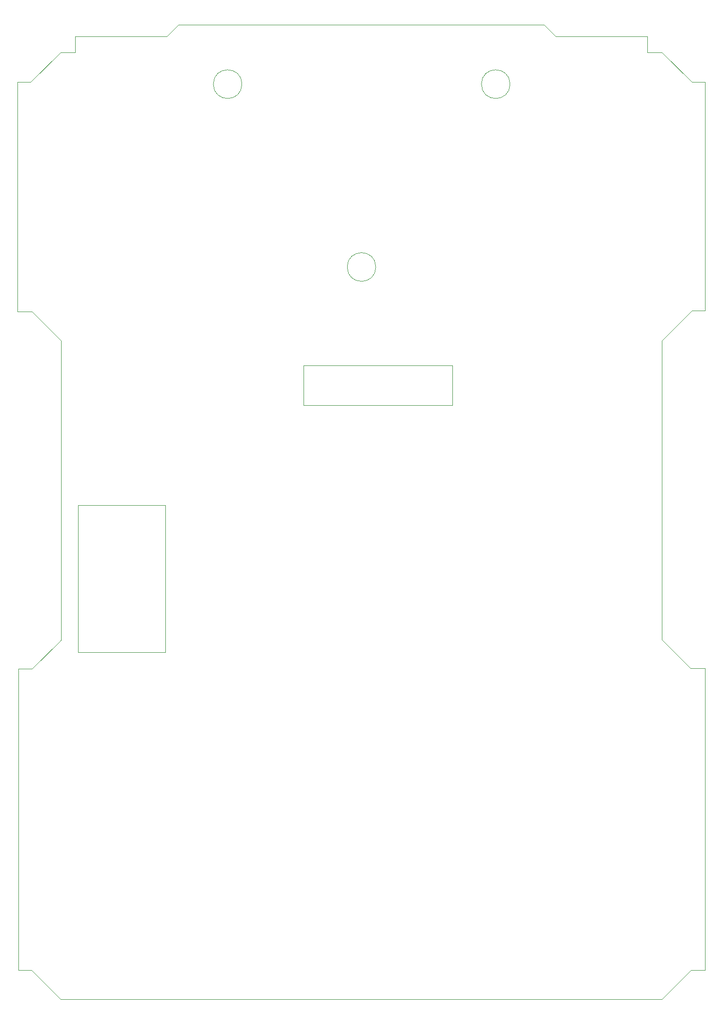
<source format=gbr>
%TF.GenerationSoftware,KiCad,Pcbnew,8.0.5*%
%TF.CreationDate,2024-10-07T02:08:43+09:00*%
%TF.ProjectId,_____,b5fcdcfa-7f2e-46b6-9963-61645f706362,rev?*%
%TF.SameCoordinates,Original*%
%TF.FileFunction,Profile,NP*%
%FSLAX46Y46*%
G04 Gerber Fmt 4.6, Leading zero omitted, Abs format (unit mm)*
G04 Created by KiCad (PCBNEW 8.0.5) date 2024-10-07 02:08:43*
%MOMM*%
%LPD*%
G01*
G04 APERTURE LIST*
%TA.AperFunction,Profile*%
%ADD10C,0.100000*%
%TD*%
G04 APERTURE END LIST*
D10*
X141478000Y-68453000D02*
X143764000Y-68453000D01*
X136271000Y-73660000D02*
X141478000Y-68453000D01*
X143764000Y-28575000D02*
X141478000Y-28575000D01*
X23749000Y-68580000D02*
X23749000Y-28575000D01*
X49784000Y-20574000D02*
X33782000Y-20574000D01*
X51816000Y-18542000D02*
X49784000Y-20574000D01*
X31242000Y-188595000D02*
X26162000Y-183515000D01*
X31369000Y-125857000D02*
X31369000Y-73660000D01*
X26035000Y-28575000D02*
X23749000Y-28575000D01*
X26289000Y-68580000D02*
X23749000Y-68580000D01*
X143764000Y-130810000D02*
X141224000Y-130810000D01*
X117729000Y-20574000D02*
X115697000Y-18542000D01*
X26035000Y-28575000D02*
X31242000Y-23368000D01*
X31242000Y-23368000D02*
X33782000Y-23368000D01*
X136271000Y-23368000D02*
X133731000Y-23368000D01*
X141351000Y-183515000D02*
X143764000Y-183515000D01*
X143764000Y-177673000D02*
X143764000Y-130810000D01*
X73660000Y-77978000D02*
X99695000Y-77978000D01*
X99695000Y-84963000D01*
X73660000Y-84963000D01*
X73660000Y-77978000D01*
X34290000Y-102362000D02*
X49530000Y-102362000D01*
X49530000Y-128016000D01*
X34290000Y-128016000D01*
X34290000Y-102362000D01*
X133731000Y-20574000D02*
X117729000Y-20574000D01*
X143764000Y-68453000D02*
X143764000Y-28575000D01*
X136017000Y-188595000D02*
X136144000Y-188595000D01*
X31369000Y-73660000D02*
X26289000Y-68580000D01*
X33782000Y-20574000D02*
X33782000Y-23368000D01*
X109753400Y-28930600D02*
G75*
G02*
X104753400Y-28930600I-2500000J0D01*
G01*
X104753400Y-28930600D02*
G75*
G02*
X109753400Y-28930600I2500000J0D01*
G01*
X26289000Y-130937000D02*
X31242000Y-125984000D01*
X136144000Y-188595000D02*
X136271000Y-188595000D01*
X31369000Y-188595000D02*
X31242000Y-188595000D01*
X31369000Y-188595000D02*
X136017000Y-188595000D01*
X26162000Y-183515000D02*
X23876000Y-183515000D01*
X31242000Y-125984000D02*
X31369000Y-125857000D01*
X136271000Y-188595000D02*
X141351000Y-183515000D01*
X136271000Y-125857000D02*
X136271000Y-73660000D01*
X115697000Y-18542000D02*
X51816000Y-18542000D01*
X133731000Y-23368000D02*
X133731000Y-20574000D01*
X141478000Y-28575000D02*
X136271000Y-23368000D01*
X86320000Y-60833000D02*
G75*
G02*
X81320000Y-60833000I-2500000J0D01*
G01*
X81320000Y-60833000D02*
G75*
G02*
X86320000Y-60833000I2500000J0D01*
G01*
X143764000Y-183515000D02*
X143764000Y-177673000D01*
X23876000Y-130937000D02*
X26289000Y-130937000D01*
X141224000Y-130810000D02*
X136271000Y-125857000D01*
X23876000Y-183515000D02*
X23876000Y-130937000D01*
X62941200Y-28930600D02*
G75*
G02*
X57941200Y-28930600I-2500000J0D01*
G01*
X57941200Y-28930600D02*
G75*
G02*
X62941200Y-28930600I2500000J0D01*
G01*
M02*

</source>
